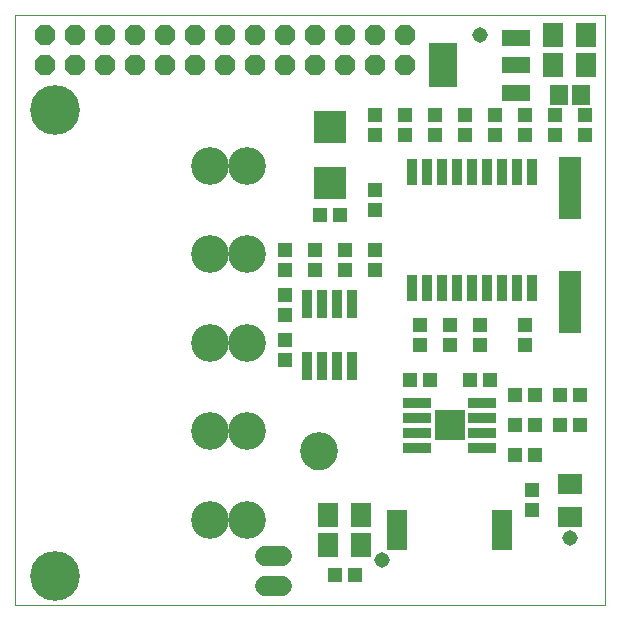
<source format=gts>
G75*
G70*
%OFA0B0*%
%FSLAX24Y24*%
%IPPOS*%
%LPD*%
%AMOC8*
5,1,8,0,0,1.08239X$1,22.5*
%
%ADD10C,0.0000*%
%ADD11R,0.0340X0.0880*%
%ADD12R,0.0513X0.0474*%
%ADD13R,0.0474X0.0513*%
%ADD14R,0.0780X0.2080*%
%ADD15R,0.0320X0.0950*%
%ADD16C,0.1261*%
%ADD17C,0.1661*%
%ADD18R,0.1080X0.1080*%
%ADD19R,0.0710X0.0789*%
%ADD20R,0.0960X0.0560*%
%ADD21R,0.0946X0.1497*%
%ADD22R,0.0592X0.0671*%
%ADD23R,0.0950X0.0320*%
%ADD24R,0.0986X0.0986*%
%ADD25R,0.0710X0.1379*%
%ADD26R,0.0789X0.0710*%
%ADD27C,0.0674*%
%ADD28OC8,0.0680*%
%ADD29C,0.0516*%
D10*
X000655Y000655D02*
X000655Y020340D01*
X020340Y020340D01*
X020340Y000655D01*
X000655Y000655D01*
X010189Y005780D02*
X010191Y005828D01*
X010197Y005876D01*
X010207Y005923D01*
X010220Y005969D01*
X010238Y006014D01*
X010258Y006058D01*
X010283Y006100D01*
X010311Y006139D01*
X010341Y006176D01*
X010375Y006210D01*
X010412Y006242D01*
X010450Y006271D01*
X010491Y006296D01*
X010534Y006318D01*
X010579Y006336D01*
X010625Y006350D01*
X010672Y006361D01*
X010720Y006368D01*
X010768Y006371D01*
X010816Y006370D01*
X010864Y006365D01*
X010912Y006356D01*
X010958Y006344D01*
X011003Y006327D01*
X011047Y006307D01*
X011089Y006284D01*
X011129Y006257D01*
X011167Y006227D01*
X011202Y006194D01*
X011234Y006158D01*
X011264Y006120D01*
X011290Y006079D01*
X011312Y006036D01*
X011332Y005992D01*
X011347Y005947D01*
X011359Y005900D01*
X011367Y005852D01*
X011371Y005804D01*
X011371Y005756D01*
X011367Y005708D01*
X011359Y005660D01*
X011347Y005613D01*
X011332Y005568D01*
X011312Y005524D01*
X011290Y005481D01*
X011264Y005440D01*
X011234Y005402D01*
X011202Y005366D01*
X011167Y005333D01*
X011129Y005303D01*
X011089Y005276D01*
X011047Y005253D01*
X011003Y005233D01*
X010958Y005216D01*
X010912Y005204D01*
X010864Y005195D01*
X010816Y005190D01*
X010768Y005189D01*
X010720Y005192D01*
X010672Y005199D01*
X010625Y005210D01*
X010579Y005224D01*
X010534Y005242D01*
X010491Y005264D01*
X010450Y005289D01*
X010412Y005318D01*
X010375Y005350D01*
X010341Y005384D01*
X010311Y005421D01*
X010283Y005460D01*
X010258Y005502D01*
X010238Y005546D01*
X010220Y005591D01*
X010207Y005637D01*
X010197Y005684D01*
X010191Y005732D01*
X010189Y005780D01*
D11*
X013905Y011225D03*
X014405Y011225D03*
X014905Y011225D03*
X015405Y011225D03*
X015905Y011225D03*
X016405Y011225D03*
X016905Y011225D03*
X017405Y011225D03*
X017905Y011225D03*
X017905Y015085D03*
X017405Y015085D03*
X016905Y015085D03*
X016405Y015085D03*
X015905Y015085D03*
X015405Y015085D03*
X014905Y015085D03*
X014405Y015085D03*
X013905Y015085D03*
D12*
X014655Y016320D03*
X014655Y016990D03*
X015655Y016990D03*
X015655Y016320D03*
X016655Y016320D03*
X016655Y016990D03*
X017655Y016990D03*
X017655Y016320D03*
X018655Y016320D03*
X018655Y016990D03*
X012655Y016990D03*
X012655Y016320D03*
X011490Y013655D03*
X010820Y013655D03*
X010655Y012490D03*
X010655Y011820D03*
X009655Y011820D03*
X009655Y012490D03*
X011655Y012490D03*
X011655Y011820D03*
X014155Y009990D03*
X014155Y009320D03*
X015155Y009320D03*
X015155Y009990D03*
X016155Y009990D03*
X016155Y009320D03*
X015820Y008155D03*
X016490Y008155D03*
X017320Y006655D03*
X017990Y006655D03*
X018820Y007655D03*
X019490Y007655D03*
X017905Y004490D03*
X017905Y003820D03*
X014490Y008155D03*
X013820Y008155D03*
X011990Y001655D03*
X011320Y001655D03*
D13*
X017320Y005655D03*
X017990Y005655D03*
X018820Y006655D03*
X019490Y006655D03*
X017990Y007655D03*
X017320Y007655D03*
X017655Y009320D03*
X017655Y009990D03*
X012655Y011820D03*
X012655Y012490D03*
X012655Y013820D03*
X012655Y014490D03*
X013655Y016320D03*
X013655Y016990D03*
X009655Y010990D03*
X009655Y010320D03*
X009655Y009490D03*
X009655Y008820D03*
X019655Y016320D03*
X019655Y016990D03*
D14*
X019155Y014555D03*
X019155Y010755D03*
D15*
X011905Y010685D03*
X011405Y010685D03*
X010905Y010685D03*
X010405Y010685D03*
X010405Y008625D03*
X010905Y008625D03*
X011405Y008625D03*
X011905Y008625D03*
D16*
X010780Y005780D03*
X008407Y006456D03*
X007155Y006456D03*
X007155Y003507D03*
X008407Y003507D03*
X008407Y009405D03*
X007155Y009405D03*
X007155Y012354D03*
X008407Y012354D03*
X008407Y015303D03*
X007155Y015303D03*
D17*
X001986Y017173D03*
X001986Y001637D03*
D18*
X011155Y014730D03*
X011155Y016580D03*
D19*
X018604Y018655D03*
X018604Y019655D03*
X019706Y019655D03*
X019706Y018655D03*
X012206Y003655D03*
X012206Y002655D03*
X011104Y002655D03*
X011104Y003655D03*
D20*
X017375Y017745D03*
X017375Y018655D03*
X017375Y019565D03*
D21*
X014935Y018655D03*
D22*
X018781Y017655D03*
X019529Y017655D03*
D23*
X016238Y007405D03*
X016238Y006905D03*
X016238Y006405D03*
X016238Y005905D03*
X014072Y005905D03*
X014072Y006405D03*
X014072Y006905D03*
X014072Y007405D03*
D24*
X015155Y006655D03*
D25*
X013403Y003155D03*
X016907Y003155D03*
D26*
X019155Y003604D03*
X019155Y004706D03*
D27*
X009577Y002280D02*
X008983Y002280D01*
X008983Y001280D02*
X009577Y001280D01*
D28*
X009655Y018655D03*
X008655Y018655D03*
X007655Y018655D03*
X006655Y018655D03*
X005655Y018655D03*
X004655Y018655D03*
X003655Y018655D03*
X002655Y018655D03*
X001655Y018655D03*
X001655Y019655D03*
X002655Y019655D03*
X003655Y019655D03*
X004655Y019655D03*
X005655Y019655D03*
X006655Y019655D03*
X007655Y019655D03*
X008655Y019655D03*
X009655Y019655D03*
X010655Y019655D03*
X010655Y018655D03*
X011655Y018655D03*
X012655Y018655D03*
X012655Y019655D03*
X011655Y019655D03*
X013655Y019655D03*
X013655Y018655D03*
D29*
X016155Y019655D03*
X019155Y002905D03*
X012905Y002155D03*
M02*

</source>
